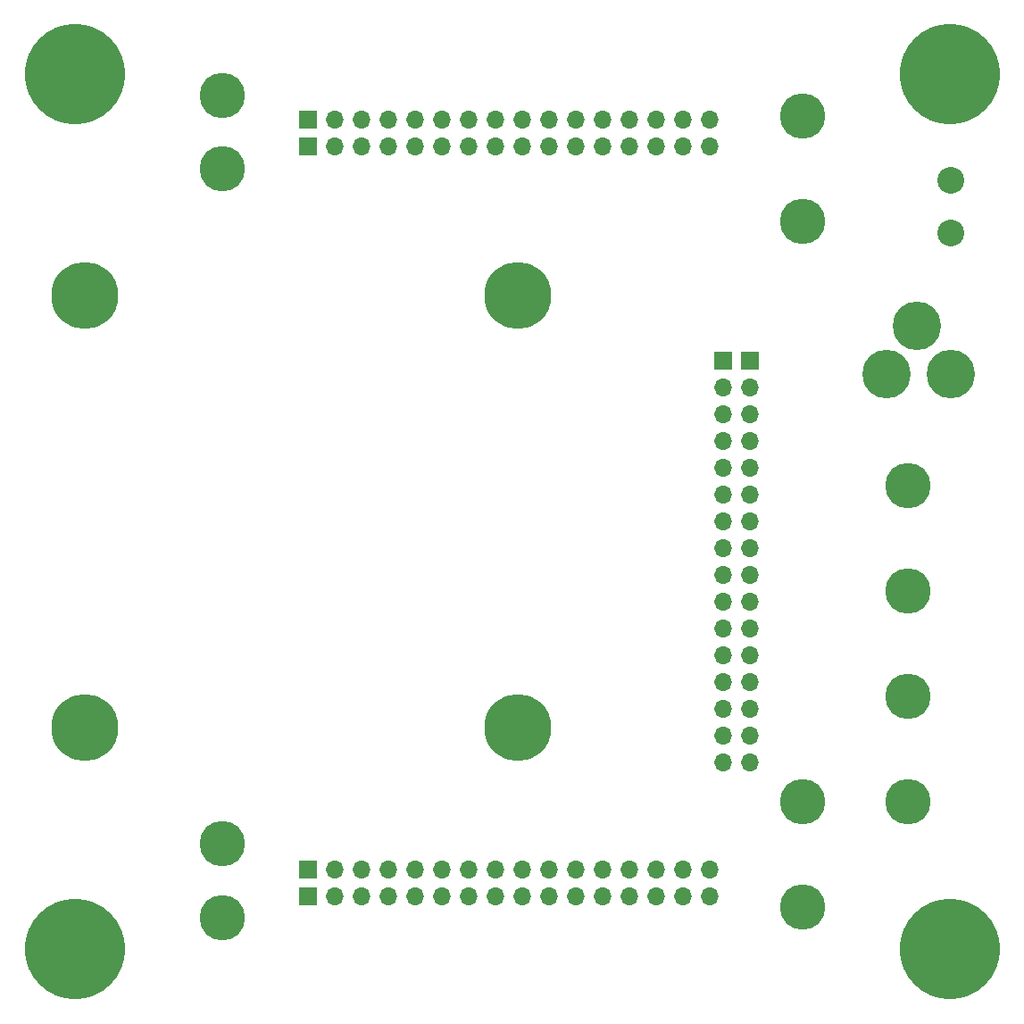
<source format=gbr>
G04 #@! TF.FileFunction,Soldermask,Top*
%FSLAX46Y46*%
G04 Gerber Fmt 4.6, Leading zero omitted, Abs format (unit mm)*
G04 Created by KiCad (PCBNEW 4.0.1-stable) date 2/4/2017 5:45:03 PM*
%MOMM*%
G01*
G04 APERTURE LIST*
%ADD10C,0.150000*%
%ADD11C,9.525000*%
%ADD12C,6.350000*%
%ADD13R,1.700000X1.700000*%
%ADD14O,1.700000X1.700000*%
%ADD15C,2.540000*%
%ADD16C,4.300000*%
%ADD17C,4.600000*%
G04 APERTURE END LIST*
D10*
D11*
X16000000Y-16000000D03*
X99000000Y-16000000D03*
X16000000Y-99000000D03*
X99000000Y-99000000D03*
D12*
X17000000Y-37000000D03*
X58000000Y-37000000D03*
X17000000Y-78000000D03*
X58000000Y-78000000D03*
D13*
X38100000Y-22860000D03*
D14*
X40640000Y-22860000D03*
X43180000Y-22860000D03*
X45720000Y-22860000D03*
X48260000Y-22860000D03*
X50800000Y-22860000D03*
X53340000Y-22860000D03*
X55880000Y-22860000D03*
X58420000Y-22860000D03*
X60960000Y-22860000D03*
X63500000Y-22860000D03*
X66040000Y-22860000D03*
X68580000Y-22860000D03*
X71120000Y-22860000D03*
X73660000Y-22860000D03*
X76200000Y-22860000D03*
D13*
X38100000Y-20320000D03*
D14*
X40640000Y-20320000D03*
X43180000Y-20320000D03*
X45720000Y-20320000D03*
X48260000Y-20320000D03*
X50800000Y-20320000D03*
X53340000Y-20320000D03*
X55880000Y-20320000D03*
X58420000Y-20320000D03*
X60960000Y-20320000D03*
X63500000Y-20320000D03*
X66040000Y-20320000D03*
X68580000Y-20320000D03*
X71120000Y-20320000D03*
X73660000Y-20320000D03*
X76200000Y-20320000D03*
D13*
X38100000Y-91440000D03*
D14*
X40640000Y-91440000D03*
X43180000Y-91440000D03*
X45720000Y-91440000D03*
X48260000Y-91440000D03*
X50800000Y-91440000D03*
X53340000Y-91440000D03*
X55880000Y-91440000D03*
X58420000Y-91440000D03*
X60960000Y-91440000D03*
X63500000Y-91440000D03*
X66040000Y-91440000D03*
X68580000Y-91440000D03*
X71120000Y-91440000D03*
X73660000Y-91440000D03*
X76200000Y-91440000D03*
D13*
X38100000Y-93980000D03*
D14*
X40640000Y-93980000D03*
X43180000Y-93980000D03*
X45720000Y-93980000D03*
X48260000Y-93980000D03*
X50800000Y-93980000D03*
X53340000Y-93980000D03*
X55880000Y-93980000D03*
X58420000Y-93980000D03*
X60960000Y-93980000D03*
X63500000Y-93980000D03*
X66040000Y-93980000D03*
X68580000Y-93980000D03*
X71120000Y-93980000D03*
X73660000Y-93980000D03*
X76200000Y-93980000D03*
D13*
X77470000Y-43180000D03*
D14*
X77470000Y-45720000D03*
X77470000Y-48260000D03*
X77470000Y-50800000D03*
X77470000Y-53340000D03*
X77470000Y-55880000D03*
X77470000Y-58420000D03*
X77470000Y-60960000D03*
X77470000Y-63500000D03*
X77470000Y-66040000D03*
X77470000Y-68580000D03*
X77470000Y-71120000D03*
X77470000Y-73660000D03*
X77470000Y-76200000D03*
X77470000Y-78740000D03*
X77470000Y-81280000D03*
D13*
X80010000Y-43180000D03*
D14*
X80010000Y-45720000D03*
X80010000Y-48260000D03*
X80010000Y-50800000D03*
X80010000Y-53340000D03*
X80010000Y-55880000D03*
X80010000Y-58420000D03*
X80010000Y-60960000D03*
X80010000Y-63500000D03*
X80010000Y-66040000D03*
X80010000Y-68580000D03*
X80010000Y-71120000D03*
X80010000Y-73660000D03*
X80010000Y-76200000D03*
X80010000Y-78740000D03*
X80010000Y-81280000D03*
D15*
X99060000Y-26035000D03*
X99060000Y-31035000D03*
D16*
X95000000Y-85000000D03*
X95000000Y-75000000D03*
X85000000Y-95000000D03*
X85000000Y-85000000D03*
X95000000Y-55000000D03*
X95000000Y-65000000D03*
X85000000Y-20000000D03*
X85000000Y-30000000D03*
D17*
X99060000Y-44450000D03*
X92960000Y-44450000D03*
X95860000Y-39850000D03*
D16*
X30000000Y-96000000D03*
X30000000Y-89000000D03*
X30000000Y-18000000D03*
X30000000Y-25000000D03*
M02*

</source>
